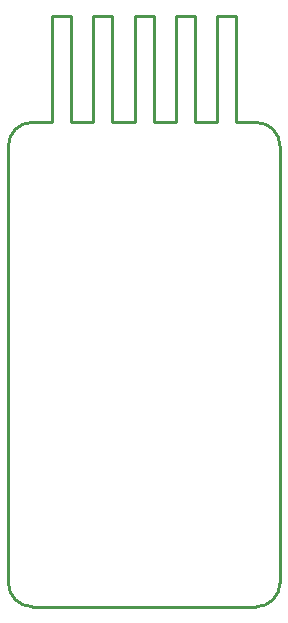
<source format=gko>
%FSTAX24Y24*%
%MOIN*%
G70*
G01*
G75*
G04 Layer_Color=16711935*
%ADD10R,0.0512X0.0394*%
%ADD11O,0.0906X0.0236*%
%ADD12R,0.0394X0.0512*%
%ADD13R,0.1299X0.1004*%
%ADD14R,0.0374X0.1004*%
%ADD15R,0.0472X0.0512*%
%ADD16C,0.0100*%
%ADD17C,0.0300*%
%ADD18R,0.0650X0.4803*%
%ADD19C,0.0591*%
%ADD20R,0.0591X0.0591*%
%ADD21C,0.0984*%
%ADD22R,0.0984X0.0984*%
%ADD23C,0.0320*%
%ADD24R,0.0984X0.0512*%
%ADD25R,0.0374X0.0315*%
%ADD26R,0.0630X0.0630*%
%ADD27R,0.0709X0.0709*%
%ADD28C,0.0236*%
%ADD29C,0.0098*%
%ADD30C,0.0079*%
%ADD31C,0.0040*%
%ADD32C,0.0039*%
%ADD33R,0.0592X0.0474*%
%ADD34O,0.0986X0.0316*%
%ADD35R,0.0474X0.0592*%
%ADD36R,0.1379X0.1084*%
%ADD37R,0.0454X0.1084*%
%ADD38R,0.0552X0.0592*%
%ADD39C,0.0671*%
%ADD40R,0.0671X0.0671*%
%ADD41C,0.1064*%
%ADD42R,0.1064X0.1064*%
%ADD43C,0.0400*%
%ADD44R,0.1064X0.0592*%
%ADD45R,0.0454X0.0395*%
%ADD46R,0.0710X0.0710*%
%ADD47R,0.0789X0.0789*%
D16*
X234944Y196532D02*
G03*
X234157Y195745I0J-000787D01*
G01*
X243212D02*
G03*
X242424Y196532I-000787J0D01*
G01*
Y180391D02*
G03*
X243212Y181178I0J000787D01*
G01*
X234157D02*
G03*
X234944Y180391I000787J0D01*
G01*
X242424D01*
X234157Y181178D02*
Y195745D01*
X243212Y181178D02*
Y195745D01*
X236243Y196532D02*
Y200076D01*
X235613Y196532D02*
Y200076D01*
X236243D01*
X236991D02*
X237621D01*
X236991Y196532D02*
Y200076D01*
X237621Y196532D02*
Y200076D01*
X238369D02*
X238999D01*
X238369Y196532D02*
Y200076D01*
X238999Y196532D02*
Y200076D01*
X239747D02*
X240377D01*
X239747Y196532D02*
Y200076D01*
X240377Y196532D02*
Y200076D01*
X241125D02*
X241755D01*
X241125Y196532D02*
Y200076D01*
X241755Y196532D02*
Y200076D01*
X234944Y196532D02*
X235613D01*
X236243D02*
X236991D01*
X237621D02*
X238369D01*
X238999D02*
X239747D01*
X240377D02*
X241125D01*
X241755D02*
X242424D01*
M02*

</source>
